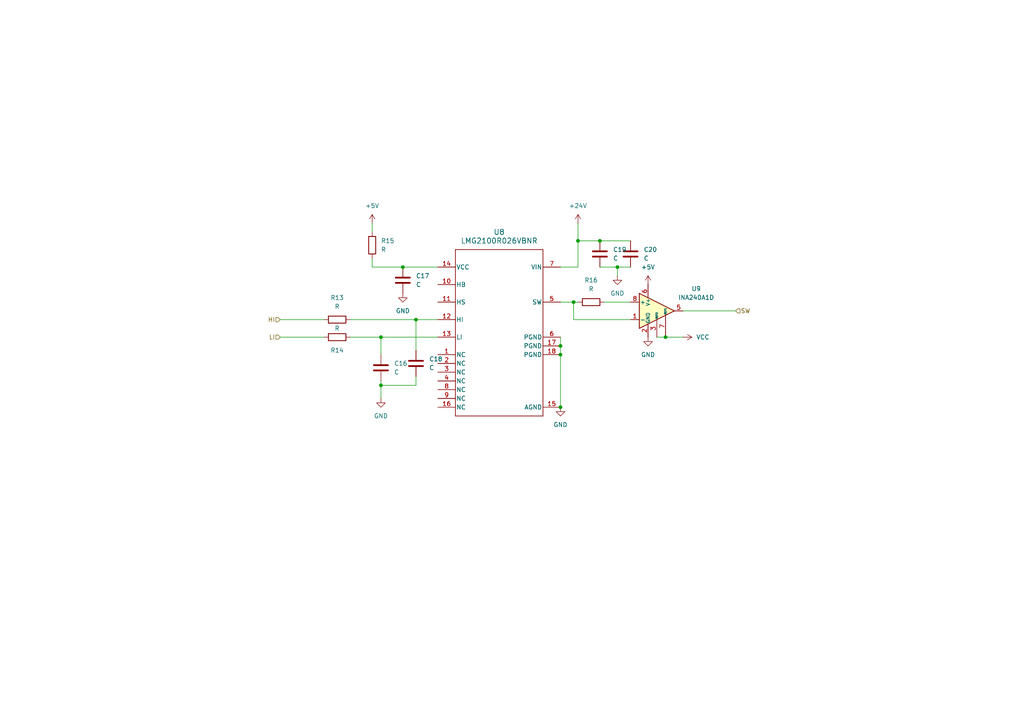
<source format=kicad_sch>
(kicad_sch (version 20250114) (generator "eeschema") (generator_version "9.0")
  (paper "A4")
  (lib_symbols
    (symbol "Amplifier_Current:INA240A1D" (pin_names (offset 0.127))
      (property "Reference" "U" (at 3.81 3.81 0))
      (property "Value" "INA240A1D" (at 3.81 -2.54 0))
      (symbol "INA240A1D_0_1"
        (polyline (pts (xy 5.08 0) (xy -5.08 5.08) (xy -5.08 -5.08) (xy 5.08 0)) (stroke (width 0.254)) (fill (type background)))
      )
      (symbol "INA240A1D_1_1"
        (pin input line (at -7.62 2.54 0) (length 2.54) (name "+") (number "8"))
        (pin input line (at -7.62 -2.54 0) (length 2.54) (name "-") (number "1"))
        (pin power_in line (at -2.54 7.62 270) (length 3.81) (name "V+") (number "6"))
        (pin power_in line (at -2.54 -7.62 90) (length 3.81) (name "GND") (number "2"))
        (pin passive line (at -2.54 -7.62 90) (length 3.81) (hide yes) (name "GND") (number "4"))
        (pin passive line (at 0 -7.62 90) (length 5.08) (name "REF2") (number "3"))
        (pin passive line (at 2.54 -7.62 90) (length 6.35) (name "REF1") (number "7"))
        (pin output line (at 7.62 0 180) (length 2.54) (name "~") (number "5"))
      )
    )
    (symbol "Device:C" (pin_numbers (hide yes)) (pin_names (offset 0.254))
      (property "Reference" "C" (at 0.635 2.54 0))
      (property "Value" "C" (at 0.635 -2.54 0))
      (symbol "C_0_1"
        (polyline (pts (xy -2.032 0.762) (xy 2.032 0.762)) (stroke (width 0.508)))
        (polyline (pts (xy -2.032 -0.762) (xy 2.032 -0.762)) (stroke (width 0.508)))
      )
      (symbol "C_1_1"
        (pin passive line (at 0 3.81 270) (length 2.794) (name "~") (number "1"))
        (pin passive line (at 0 -3.81 90) (length 2.794) (name "~") (number "2"))
      )
    )
    (symbol "Device:R" (pin_numbers (hide yes)) (pin_names (offset 0))
      (property "Reference" "R" (at 2.032 0 90))
      (property "Value" "R" (at 0 0 90))
      (symbol "R_0_1"
        (rectangle (start -1.016 -2.54) (end 1.016 2.54) (stroke (width 0.254)))
      )
      (symbol "R_1_1"
        (pin passive line (at 0 3.81 270) (length 1.27) (name "~") (number "1"))
        (pin passive line (at 0 -3.81 90) (length 1.27) (name "~") (number "2"))
      )
    )
    (symbol "LMG2100:LMG2100R026VBNR" (pin_names (offset 0.254))
      (property "Reference" "U" (at 0 2.54 0))
      (property "Value" "LMG2100R026VBNR" (at 0 0 0))
      (symbol "LMG2100R026VBNR_0_1"
        (polyline (pts (xy 5.08 5.08) (xy 5.08 -43.18)) (stroke (width 0.2032)))
        (polyline (pts (xy 5.08 -43.18) (xy 30.48 -43.18)) (stroke (width 0.2032)))
        (polyline (pts (xy 30.48 5.08) (xy 5.08 5.08)) (stroke (width 0.2032)))
        (polyline (pts (xy 30.48 -43.18) (xy 30.48 5.08)) (stroke (width 0.2032)))
        (pin power_in line (at 0 0 0) (length 5.08) (name "VCC") (number "14"))
        (pin unspecified line (at 0 -5.08 0) (length 5.08) (name "HB") (number "10"))
        (pin unspecified line (at 0 -10.16 0) (length 5.08) (name "HS") (number "11"))
        (pin input line (at 0 -15.24 0) (length 5.08) (name "HI") (number "12"))
        (pin input line (at 0 -20.32 0) (length 5.08) (name "LI") (number "13"))
        (pin unspecified line (at 0 -25.4 0) (length 5.08) (name "NC") (number "1"))
        (pin unspecified line (at 0 -27.94 0) (length 5.08) (name "NC") (number "2"))
        (pin unspecified line (at 0 -30.48 0) (length 5.08) (name "NC") (number "3"))
        (pin unspecified line (at 0 -33.02 0) (length 5.08) (name "NC") (number "4"))
        (pin unspecified line (at 0 -35.56 0) (length 5.08) (name "NC") (number "8"))
        (pin unspecified line (at 0 -38.1 0) (length 5.08) (name "NC") (number "9"))
        (pin unspecified line (at 0 -40.64 0) (length 5.08) (name "NC") (number "16"))
        (pin power_in line (at 35.56 0 180) (length 5.08) (name "VIN") (number "7"))
        (pin unspecified line (at 35.56 -10.16 180) (length 5.08) (name "SW") (number "5"))
        (pin power_in line (at 35.56 -20.32 180) (length 5.08) (name "PGND") (number "6"))
        (pin power_in line (at 35.56 -22.86 180) (length 5.08) (name "PGND") (number "17"))
        (pin power_in line (at 35.56 -25.4 180) (length 5.08) (name "PGND") (number "18"))
        (pin power_in line (at 35.56 -40.64 180) (length 5.08) (name "AGND") (number "15"))
      )
    )
    (symbol "power:+24V" (power) (pin_numbers (hide yes)) (pin_names (offset 0) (hide yes))
      (property "Value" "+24V" (at 0 3.556 0))
      (symbol "+24V_0_1"
        (polyline (pts (xy -0.762 1.27) (xy 0 2.54)))
        (polyline (pts (xy 0 2.54) (xy 0.762 1.27)))
        (polyline (pts (xy 0 0) (xy 0 2.54)))
      )
      (symbol "+24V_1_1"
        (pin power_in line (at 0 0 90) (length 0) (name "~") (number "1"))
      )
    )
    (symbol "power:+5V" (power) (pin_numbers (hide yes)) (pin_names (offset 0) (hide yes))
      (property "Value" "+5V" (at 0 3.556 0))
      (symbol "+5V_0_1"
        (polyline (pts (xy -0.762 1.27) (xy 0 2.54)))
        (polyline (pts (xy 0 2.54) (xy 0.762 1.27)))
        (polyline (pts (xy 0 0) (xy 0 2.54)))
      )
      (symbol "+5V_1_1"
        (pin power_in line (at 0 0 90) (length 0) (name "~") (number "1"))
      )
    )
    (symbol "power:GND" (power) (pin_numbers (hide yes)) (pin_names (offset 0) (hide yes))
      (property "Value" "GND" (at 0 -3.81 0))
      (symbol "GND_0_1"
        (polyline (pts (xy 0 0) (xy 0 -1.27) (xy 1.27 -1.27) (xy 0 -2.54) (xy -1.27 -1.27) (xy 0 -1.27)))
      )
      (symbol "GND_1_1"
        (pin power_in line (at 0 0 270) (length 0) (name "~") (number "1"))
      )
    )
    (symbol "power:VCC" (power) (pin_numbers (hide yes)) (pin_names (offset 0) (hide yes))
      (property "Value" "VCC" (at 0 3.556 0))
      (symbol "VCC_0_1"
        (polyline (pts (xy -0.762 1.27) (xy 0 2.54)))
        (polyline (pts (xy 0 2.54) (xy 0.762 1.27)))
        (polyline (pts (xy 0 0) (xy 0 2.54)))
      )
      (symbol "VCC_1_1"
        (pin power_in line (at 0 0 90) (length 0) (name "~") (number "1"))
      )
    )
  )
  (junction (at 162.56 100.33))
  (junction (at 166.37 87.63))
  (junction (at 110.49 97.79))
  (junction (at 179.07 77.47))
  (junction (at 162.56 102.87))
  (junction (at 173.99 69.85))
  (junction (at 120.65 92.71))
  (junction (at 193.04 97.79))
  (junction (at 167.64 69.85))
  (junction (at 116.84 77.47))
  (junction (at 110.49 111.76))
  (junction (at 162.56 118.11))
  (wire (pts (xy 101.6 92.71) (xy 120.65 92.71)))
  (wire (pts (xy 162.56 102.87) (xy 162.56 118.11)))
  (wire (pts (xy 162.56 87.63) (xy 166.37 87.63)))
  (wire (pts (xy 162.56 77.47) (xy 167.64 77.47)))
  (wire (pts (xy 120.65 111.76) (xy 120.65 109.22)))
  (wire (pts (xy 110.49 97.79) (xy 110.49 102.87)))
  (wire (pts (xy 167.64 64.77) (xy 167.64 69.85)))
  (wire (pts (xy 162.56 100.33) (xy 162.56 102.87)))
  (wire (pts (xy 166.37 87.63) (xy 166.37 92.71)))
  (wire (pts (xy 162.56 97.79) (xy 162.56 100.33)))
  (wire (pts (xy 166.37 92.71) (xy 182.88 92.71)))
  (wire (pts (xy 81.28 92.71) (xy 93.98 92.71)))
  (wire (pts (xy 167.64 69.85) (xy 167.64 77.47)))
  (wire (pts (xy 107.95 74.93) (xy 107.95 77.47)))
  (wire (pts (xy 179.07 77.47) (xy 179.07 80.01)))
  (wire (pts (xy 167.64 69.85) (xy 173.99 69.85)))
  (wire (pts (xy 175.26 87.63) (xy 182.88 87.63)))
  (wire (pts (xy 120.65 92.71) (xy 127 92.71)))
  (wire (pts (xy 81.28 97.79) (xy 93.98 97.79)))
  (wire (pts (xy 116.84 77.47) (xy 127 77.47)))
  (wire (pts (xy 101.6 97.79) (xy 110.49 97.79)))
  (wire (pts (xy 120.65 92.71) (xy 120.65 101.6)))
  (wire (pts (xy 173.99 69.85) (xy 182.88 69.85)))
  (wire (pts (xy 110.49 110.49) (xy 110.49 111.76)))
  (wire (pts (xy 110.49 97.79) (xy 127 97.79)))
  (wire (pts (xy 110.49 111.76) (xy 110.49 115.57)))
  (wire (pts (xy 107.95 77.47) (xy 116.84 77.47)))
  (wire (pts (xy 190.5 97.79) (xy 193.04 97.79)))
  (wire (pts (xy 166.37 87.63) (xy 167.64 87.63)))
  (wire (pts (xy 107.95 64.77) (xy 107.95 67.31)))
  (wire (pts (xy 110.49 111.76) (xy 120.65 111.76)))
  (wire (pts (xy 179.07 77.47) (xy 182.88 77.47)))
  (wire (pts (xy 193.04 97.79) (xy 198.12 97.79)))
  (wire (pts (xy 198.12 90.17) (xy 213.36 90.17)))
  (wire (pts (xy 173.99 77.47) (xy 179.07 77.47)))
  (hierarchical_label "SW" (shape input) (at 213.36 90.17 0))
  (hierarchical_label "HI" (shape input) (at 81.28 92.71 180))
  (hierarchical_label "LI" (shape input) (at 81.28 97.79 180))
  (symbol (lib_id "power:+24V") (at 167.64 64.77 0) (unit 1)
    (property "Reference" "#PWR032" (effects (hide yes)))
    (property "Value" "+24V" (at 167.64 59.69 0))
    (property "Description" "Power symbol creates a global label with name \"+24V\"" (effects (hide yes)))
    (instances (project "GaN-inverter_design" (path "" (reference "#PWR032") (unit 1)) (path "" (reference "#PWR014") (unit 1)) (path "" (reference "#PWR05") (unit 1))))
  )
  (symbol (lib_id "Amplifier_Current:INA240A1D") (at 190.5 90.17 0) (unit 1)
    (property "Reference" "U9" (at 201.93 83.7498 0))
    (property "Value" "INA240A1D" (at 201.93 86.2898 0))
    (property "Footprint" "Package_SO:SOIC-8_3.9x4.9mm_P1.27mm" (effects (hide yes)))
    (property "Datasheet" "http://www.ti.com/lit/ds/symlink/ina240.pdf" (effects (hide yes)))
    (property "Description" "High- and Low-Side, Bidirectional, Zero-Drift, Current-Sense Amplifier With Enhanced PWM Rejection, 20V/V, SOIC-8" (effects (hide yes)))
    (instances (project "GaN-inverter_design" (path "" (reference "U9") (unit 1)) (path "" (reference "U5") (unit 1)) (path "" (reference "U2") (unit 1))))
  )
  (symbol (lib_id "Device:C") (at 182.88 73.66 0) (unit 1)
    (property "Reference" "C20" (at 186.69 72.3899 0) (effects (justify left)))
    (property "Value" "C" (at 186.69 74.9299 0) (effects (justify left)))
    (property "Description" "Unpolarized capacitor" (effects (hide yes)))
    (instances (project "GaN-inverter_design" (path "" (reference "C20") (unit 1)) (path "" (reference "C10") (unit 1)) (path "" (reference "C5") (unit 1))))
  )
  (symbol (lib_id "power:+5V") (at 187.96 82.55 0) (unit 1)
    (property "Reference" "#PWR034" (effects (hide yes)))
    (property "Value" "+5V" (at 187.96 77.47 0))
    (property "Description" "Power symbol creates a global label with name \"+5V\"" (effects (hide yes)))
    (instances (project "GaN-inverter_design" (path "" (reference "#PWR034") (unit 1)) (path "" (reference "#PWR016") (unit 1)) (path "" (reference "#PWR07") (unit 1))))
  )
  (symbol (lib_id "Device:C") (at 120.65 105.41 0) (unit 1)
    (property "Reference" "C18" (at 124.46 104.1399 0) (effects (justify left)))
    (property "Value" "C" (at 124.46 106.6799 0) (effects (justify left)))
    (property "Description" "Unpolarized capacitor" (effects (hide yes)))
    (instances (project "GaN-inverter_design" (path "" (reference "C18") (unit 1)) (path "" (reference "C8") (unit 1)) (path "" (reference "C3") (unit 1))))
  )
  (symbol (lib_id "Device:R") (at 97.79 97.79 90) (unit 1)
    (property "Reference" "R14" (at 97.79 101.6 90))
    (property "Value" "R" (at 97.79 95.25 90))
    (property "Description" "Resistor" (effects (hide yes)))
    (instances (project "GaN-inverter_design" (path "" (reference "R14") (unit 1)) (path "" (reference "R6") (unit 1)) (path "" (reference "R2") (unit 1))))
  )
  (symbol (lib_id "Device:R") (at 97.79 92.71 90) (unit 1)
    (property "Reference" "R13" (at 97.79 86.36 90))
    (property "Value" "R" (at 97.79 88.9 90))
    (property "Description" "Resistor" (effects (hide yes)))
    (instances (project "GaN-inverter_design" (path "" (reference "R13") (unit 1)) (path "" (reference "R5") (unit 1)) (path "" (reference "R1") (unit 1))))
  )
  (symbol (lib_id "power:VCC") (at 198.12 97.79 270) (unit 1)
    (property "Reference" "#PWR036" (effects (hide yes)))
    (property "Value" "VCC" (at 201.93 97.7899 90) (effects (justify left)))
    (property "Description" "Power symbol creates a global label with name \"VCC\"" (effects (hide yes)))
    (instances (project "GaN-inverter_design" (path "" (reference "#PWR036") (unit 1)) (path "" (reference "#PWR018") (unit 1)) (path "" (reference "#PWR09") (unit 1))))
  )
  (symbol (lib_id "power:+5V") (at 107.95 64.77 0) (unit 1)
    (property "Reference" "#PWR028" (effects (hide yes)))
    (property "Value" "+5V" (at 107.95 59.69 0))
    (property "Description" "Power symbol creates a global label with name \"+5V\"" (effects (hide yes)))
    (instances (project "GaN-inverter_design" (path "" (reference "#PWR028") (unit 1)) (path "" (reference "#PWR010") (unit 1)) (path "" (reference "#PWR01") (unit 1))))
  )
  (symbol (lib_id "power:GND") (at 162.56 118.11 0) (unit 1)
    (property "Reference" "#PWR031" (effects (hide yes)))
    (property "Value" "GND" (at 162.56 123.19 0))
    (property "Description" "Power symbol creates a global label with name \"GND\" , ground" (effects (hide yes)))
    (instances (project "GaN-inverter_design" (path "" (reference "#PWR031") (unit 1)) (path "" (reference "#PWR013") (unit 1)) (path "" (reference "#PWR04") (unit 1))))
  )
  (symbol (lib_id "power:GND") (at 110.49 115.57 0) (unit 1)
    (property "Reference" "#PWR029" (effects (hide yes)))
    (property "Value" "GND" (at 110.49 120.65 0))
    (property "Description" "Power symbol creates a global label with name \"GND\" , ground" (effects (hide yes)))
    (instances (project "GaN-inverter_design" (path "" (reference "#PWR029") (unit 1)) (path "" (reference "#PWR011") (unit 1)) (path "" (reference "#PWR02") (unit 1))))
  )
  (symbol (lib_id "power:GND") (at 116.84 85.09 0) (unit 1)
    (property "Reference" "#PWR030" (effects (hide yes)))
    (property "Value" "GND" (at 116.84 90.17 0))
    (property "Description" "Power symbol creates a global label with name \"GND\" , ground" (effects (hide yes)))
    (instances (project "GaN-inverter_design" (path "" (reference "#PWR030") (unit 1)) (path "" (reference "#PWR012") (unit 1)) (path "" (reference "#PWR03") (unit 1))))
  )
  (symbol (lib_id "power:GND") (at 187.96 97.79 0) (unit 1)
    (property "Reference" "#PWR035" (effects (hide yes)))
    (property "Value" "GND" (at 187.96 102.87 0))
    (property "Description" "Power symbol creates a global label with name \"GND\" , ground" (effects (hide yes)))
    (instances (project "GaN-inverter_design" (path "" (reference "#PWR035") (unit 1)) (path "" (reference "#PWR017") (unit 1)) (path "" (reference "#PWR08") (unit 1))))
  )
  (symbol (lib_id "Device:R") (at 107.95 71.12 0) (unit 1)
    (property "Reference" "R15" (at 110.49 69.8499 0) (effects (justify left)))
    (property "Value" "R" (at 110.49 72.3899 0) (effects (justify left)))
    (property "Description" "Resistor" (effects (hide yes)))
    (instances (project "GaN-inverter_design" (path "" (reference "R15") (unit 1)) (path "" (reference "R7") (unit 1)) (path "" (reference "R3") (unit 1))))
  )
  (symbol (lib_id "Device:C") (at 173.99 73.66 0) (unit 1)
    (property "Reference" "C19" (at 177.8 72.3899 0) (effects (justify left)))
    (property "Value" "C" (at 177.8 74.9299 0) (effects (justify left)))
    (property "Description" "Unpolarized capacitor" (effects (hide yes)))
    (instances (project "GaN-inverter_design" (path "" (reference "C19") (unit 1)) (path "" (reference "C9") (unit 1)) (path "" (reference "C4") (unit 1))))
  )
  (symbol (lib_id "Device:C") (at 116.84 81.28 0) (unit 1)
    (property "Reference" "C17" (at 120.65 80.0099 0) (effects (justify left)))
    (property "Value" "C" (at 120.65 82.5499 0) (effects (justify left)))
    (property "Description" "Unpolarized capacitor" (effects (hide yes)))
    (instances (project "GaN-inverter_design" (path "" (reference "C17") (unit 1)) (path "" (reference "C7") (unit 1)) (path "" (reference "C2") (unit 1))))
  )
  (symbol (lib_id "LMG2100:LMG2100R026VBNR") (at 127 77.47 0) (unit 1)
    (property "Reference" "U8" (at 144.78 67.31 0) (effects (font (size 1.524 1.524))))
    (property "Value" "LMG2100R026VBNR" (at 144.78 69.85 0) (effects (font (size 1.524 1.524))))
    (property "Footprint" "LMG2100:VBN0018A-MFG" (effects (hide yes)))
    (property "Datasheet" "https://www.ti.com/lit/gpn/lmg2100r026" (effects (hide yes)))
    (instances (project "GaN-inverter_design" (path "" (reference "U8") (unit 1)) (path "" (reference "U4") (unit 1)) (path "" (reference "U1") (unit 1))))
  )
  (symbol (lib_id "Device:C") (at 110.49 106.68 0) (unit 1)
    (property "Reference" "C16" (at 114.3 105.4099 0) (effects (justify left)))
    (property "Value" "C" (at 114.3 107.9499 0) (effects (justify left)))
    (property "Description" "Unpolarized capacitor" (effects (hide yes)))
    (instances (project "GaN-inverter_design" (path "" (reference "C16") (unit 1)) (path "" (reference "C6") (unit 1)) (path "" (reference "C1") (unit 1))))
  )
  (symbol (lib_id "power:GND") (at 179.07 80.01 0) (unit 1)
    (property "Reference" "#PWR033" (effects (hide yes)))
    (property "Value" "GND" (at 179.07 85.09 0))
    (property "Description" "Power symbol creates a global label with name \"GND\" , ground" (effects (hide yes)))
    (instances (project "GaN-inverter_design" (path "" (reference "#PWR033") (unit 1)) (path "" (reference "#PWR015") (unit 1)) (path "" (reference "#PWR06") (unit 1))))
  )
  (symbol (lib_id "Device:R") (at 171.45 87.63 90) (unit 1)
    (property "Reference" "R16" (at 171.45 81.28 90))
    (property "Value" "R" (at 171.45 83.82 90))
    (property "Description" "Resistor" (effects (hide yes)))
    (instances (project "GaN-inverter_design" (path "" (reference "R16") (unit 1)) (path "" (reference "R8") (unit 1)) (path "" (reference "R4") (unit 1))))
  )
)
</source>
